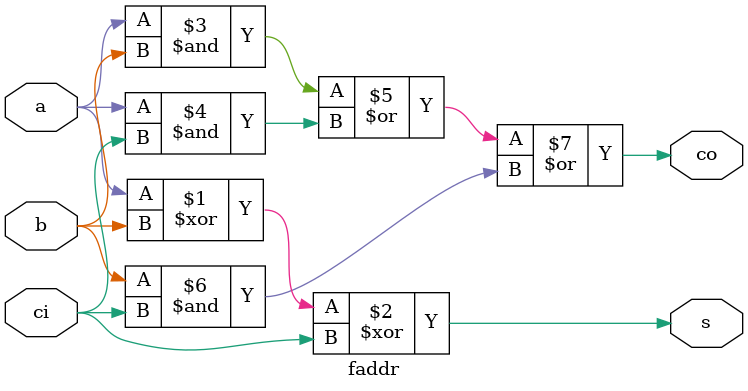
<source format=sv>
module faddr(input a,b,ci,output s,co); 
//入力a,b,繰り上がりci,出力s,繰り上がりco
    assign s = a^b^ci;
    assign co = a&b|a&ci|b&ci;
endmodule


</source>
